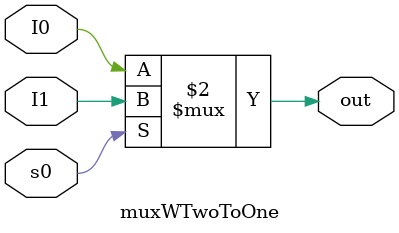
<source format=v>
module datapath_singleCycle(
	PCSource,
	rst,
	clk,
	MemToReg,
	MemWrite,
	RegWrite,
	ALUSrc,
	RegSrc,
	ALUControl,
	ImmSource,
	ALU_flags,
	cond,
	funct,
	instr65,
	op,
	rd,
	R1content,
	R2content
);


input wire	PCSource;
input wire	rst;
input wire	clk;
input wire	MemToReg;
input wire	MemWrite;
input wire	RegWrite;
input wire	ALUSrc;
input wire	RegSrc;
input wire	[2:0] ALUControl;
input wire	[1:0] ImmSource;
output wire	[3:0] ALU_flags;
output wire	[3:0] cond;
output wire	[5:0] funct;
output wire	[1:0] instr65;
output wire	[1:0] op;
output wire	[3:0] rd;
output 	[31:0] R1content;
output 	[31:0] R2content;

wire	[3:0] A2;
wire	[3:0] ALUflags;
wire	[31:0] I0;
wire	[31:0] Instruction;
wire	[31:0] out;
wire	[31:0] REGout;
wire	[31:0] SYNTHESIZED_WIRE_0;
wire	[31:0] SYNTHESIZED_WIRE_1;
wire	[31:0] SYNTHESIZED_WIRE_2;
wire	[31:0] SYNTHESIZED_WIRE_12;
wire	[31:0] SYNTHESIZED_WIRE_4;
wire	[31:0] SYNTHESIZED_WIRE_5;
wire	[31:0] SYNTHESIZED_WIRE_6;
wire	[31:0] SYNTHESIZED_WIRE_13;
wire	[31:0] SYNTHESIZED_WIRE_10;
wire	[31:0] SYNTHESIZED_WIRE_11;





simpleREG	b2v_inst(
	.clk(clk),
	.rst(rst),
	.DATA(SYNTHESIZED_WIRE_0),
	.REGout(REGout));
	defparam	b2v_inst.W = 32;

//(ALUcontrol,A,B,Y,N,Z,CO,OVF);
ALU	b2v_inst10(
	.A(SYNTHESIZED_WIRE_1),
	.ALUcontrol(ALUControl),
	.B(SYNTHESIZED_WIRE_2),
	.Y(I0),
	.N(ALUflags[3]),
	.Z(ALUflags[2]),
	.CO(ALUflags[1]),
	.OVF(ALUflags[0]));
	defparam	b2v_inst10.W = 32;


adder32bits	b2v_inst11(
	.A(SYNTHESIZED_WIRE_12),
	.B(SYNTHESIZED_WIRE_4),
	.Y(SYNTHESIZED_WIRE_6));


adder32bits	b2v_inst12(
	.A(REGout),
	.B(SYNTHESIZED_WIRE_5),
	.Y(SYNTHESIZED_WIRE_12));


ConstantValueGenerator	b2v_inst13(
	.Data_on_Bus(SYNTHESIZED_WIRE_5));
	defparam	b2v_inst13.BUS_DATA = 3'b100;
	defparam	b2v_inst13.DATA_WIDTH = 32;


ConstantValueGenerator	b2v_inst14(
	.Data_on_Bus(SYNTHESIZED_WIRE_4));
	defparam	b2v_inst14.BUS_DATA = 3'b100;
	defparam	b2v_inst14.DATA_WIDTH = 32;


InstructionMemory	b2v_inst2(
	.CurrentPC(REGout),
	.Instruction(Instruction));


RegisterFile	b2v_inst3(
	.clk(clk),
	.rst(rst),
	.WE(RegWrite),
	.A1(Instruction[19:16]),
	.A2(A2),
	.A3(Instruction[15:12]),
	.R15(SYNTHESIZED_WIRE_6),
	.WD3(out),
	.RD1(SYNTHESIZED_WIRE_1),
	.RD2(SYNTHESIZED_WIRE_13),
	.R1(R1content),
	.R2(R2content)
	);


dataMemory	b2v_inst4(
	.clk(clk),
	.memWE(MemWrite),
	.memA(I0),
	.memWD(SYNTHESIZED_WIRE_13),
	.memRD(SYNTHESIZED_WIRE_11));


extImm	b2v_inst5(
	.ImmSrc(ImmSource),
	.Instr110(Instruction[11:0]),
	.extendedImm(SYNTHESIZED_WIRE_10));


muxWTwoToOne	b2v_inst6(
	.s0(PCSource),
	.I0(SYNTHESIZED_WIRE_12),
	.I1(out),
	.out(SYNTHESIZED_WIRE_0));
	defparam	b2v_inst6.W = 32;


muxWTwoToOne	b2v_inst7(
	.s0(RegSrc),
	.I0(Instruction[3:0]),
	.I1(Instruction[15:12]),
	.out(A2));
	defparam	b2v_inst7.W = 4;


muxWTwoToOne	b2v_inst8(
	.s0(ALUSrc),
	.I0(SYNTHESIZED_WIRE_13),
	.I1(SYNTHESIZED_WIRE_10),
	.out(SYNTHESIZED_WIRE_2));
	defparam	b2v_inst8.W = 32;


muxWTwoToOne	b2v_inst9(
	.s0(MemToReg),
	.I0(I0),
	.I1(SYNTHESIZED_WIRE_11),
	.out(out));
	defparam	b2v_inst9.W = 32;

assign	cond[3:0] = Instruction[31:28];
assign	funct[5:0] = Instruction[25:20];
assign	instr65[1:0] = Instruction[6:5];
assign	op[1:0] = Instruction[27:26];
assign	rd[3:0] = Instruction[15:12];

endmodule


//DATA MEMORY
 module dataMemory  
 (  	// input ports
      input                 clk,  
      input     [31:0]      memA,//memory address according to the address write or read occur    
      input     [31:0]      memWD,//memory write data, it specifies the memory data which can be written  
      input                 memWE,//memory write enable  
      // output port 
      output    [31:0]      memRD  
 );  
      
      reg 		 [31:0] 		 DATAmem  [255:0]; 	
		
		
		//initialize the memory
	
		integer i;  
      initial 
		  begin  
           for(i=0;i<256;i=i+1)  
                DATAmem[i] <= i; 
		  end  
			/*	
		initial begin
		$readmemh("memory.txt",DATAmem,0,255);
		end 
					*/
    

		
      always @(posedge clk) begin  
           if (memWE)  
			  begin
                DATAmem[memA] <= memWD; 
			  end 
      end 
		
      assign memRD = DATAmem[memA]; //it provides the data which is specified by the address  
		
 endmodule  

/*EXTIMM*/
module extImm
(
//input port
input  [1:0] 	ImmSrc,
input  [11:0]	Instr110, 
//output port
output reg [31:0]  extendedImm
);


always @(*)
begin
case(ImmSrc)
	2'b00://for data processing imm8
	begin
		extendedImm= {24'b0,Instr110[7:0]};
	end
	
	2'b01://for ldr and strong0
	begin
		extendedImm= {20'b0,Instr110[11:0]};
	end

	2'b11://for lsr and lsl
	begin
		extendedImm= {27'b0,Instr110[11:7]};
	end
	default
	begin
		extendedImm={24'b0,Instr110[7:0]};
	end
endcase
end

endmodule

/*instruction memory*/
module InstructionMemory          
 (  
      input    		 [31:0]     CurrentPC,  
      output          [31:0]     Instruction  
 );  
 
 
 		wire [31:0] counterInst;
      reg [31:0] instr[15:0];  
		//if the PC 0 then implies first 32 bit instruction
		//if PC 4 then second instruction
		//PC 8 3 instruction
      //initialize the instructions
		initial  
      begin              //always/op/I/cmd/S/rn/rd/src2
					instr[1]	<=  32'b1110_0110_0001_0100_0001_0000_0010_0001;//ldr load r1
					instr[2] <=  32'b1110_0110_0001_0001_0010_0000_0000_0011;//ldr load r2
               instr[3] <=  32'b1110_0000_1000_0010_0001_0000_0000_1001; //add
					instr[4] <=  32'b1110_0000_0100_0001_0001_0000_0000_0010; //subtract
					instr[5] <=  32'b1110_0000_0000_0110_0010_0000_0000_0001; //and
					instr[6] <=  32'b1110_0001_1000_1000_0010_0000_0000_0001; //orr
					instr[7] <=  32'b1110_0100_0001_1001_0001_0000_0010_1111;//ldr load
					instr[8] <=  32'b1110_0001_1010_0001_0010_0001_1000_0000; //lsl
					instr[9] <=  32'b1110_0001_1010_0001_0010_0001_1010_0000; //lsr
					instr[10] <= 32'b1110_0001_0100_0000_0011_0000_0000_1010; //cmp
					instr[11] <= 32'b1110_0100_0000_1011_0001_0000_0000_0001; //str
					instr[12] <= 32'b1110_0100_0001_1010_0010_0000_0000_0001; //ldr 
					instr[13] <= 32'b1110_0100_0000_1011_0001_0000_0000_1010; //str
					instr[14] <= 32'b1110_0100_0001_1010_0010_0000_0000_1010; //ldr
					instr[15] <= 32'b0000_0000_0000_0000_0000_0000_0000_0000; 
					
					
				
		
		end
                
		assign counterInst={2'b00,CurrentPC[31:2]}; //it gives the instruction number because PC increases 4 by 4
      assign Instruction = instr[counterInst];  
 endmodule

 
 /*register File*/
 module RegisterFile  
 (   //input ports
      input                    clk,  
      input                    rst,  
      input                    WE,  //write enable signal
      input          [3:0]     A1,  
		input          [3:0]     A2,  
		input          [3:0]     A3,  
      input          [31:0]    WD3,  
      //output ports 
      output         [31:0]    RD1,    
      output         [31:0]    RD2,
		input 			[31:0]	 R15,
		//for the demostration purpose
		output		   [31:0]    R1,
		output		   [31:0]    R2
 );  
      
		
	reg  [31:0]   register_R [15:0]; //31 bits width and 16 bits length 
	initial
	begin
					register_R[0] = 32'b0;
					register_R[1] = 32'b0;
					register_R[2] = 32'b0;
					register_R[3] = 32'b0;
					register_R[4] = 32'b0;
					register_R[5] = 32'b0;
					register_R[6] = 32'b0;
					register_R[7] = 32'b0;
					register_R[8] = 32'b0;
					register_R[9] = 32'b0;
					register_R[10]= 32'b0;
					register_R[11] = 32'b0;
					register_R[12] = 32'b0;
					register_R[13] = 32'b0;
					register_R[14] = 32'b0;
					register_R[15] = 32'b0;
	end
   
      always @ (posedge clk or posedge rst) begin  
		
           if(rst) begin  
               register_R[0] <= 32'b0;
					register_R[1] <= 32'b0;
					register_R[2] <= 32'b0;
					register_R[3] <= 32'b0;
					register_R[4] <= 32'b0;
					register_R[5] <= 32'b0;
					register_R[6] <= 32'b0;
					register_R[7] <= 32'b0;
					register_R[8] <= 32'b0;
					register_R[9] <= 32'b0;
					register_R[10] <= 32'b0;
					register_R[11] <= 32'b0;
					register_R[12] <= 32'b0;
					register_R[13] <= 32'b0;
					register_R[14] <= 32'b0;
					register_R[15] <= 32'b0;
           end  
			  
           else 
			  begin  
                if(WE) begin  
                     register_R[A3] <= WD3;  //if WE is equal to 1 then corresponding register is written
                end  
           end  
			  
      end  
      assign RD1 = register_R[A1];  //read data 1
      assign RD2 = register_R[A2];  //read data 2
		//to demostration 
		assign R1  = register_R[1];
		assign R2  = register_R[2];
		
 endmodule   

 
 
 
 

//it creates the constant value
module ConstantValueGenerator #(parameter DATA_WIDTH = 1,parameter BUS_DATA = 0) ( 
//port declerations
output wire [DATA_WIDTH-1:0] Data_on_Bus 
);
//assign DATA_BUS to the bus
assign Data_on_Bus [DATA_WIDTH-1:0]=BUS_DATA;

endmodule

/*Arithmetic Logic Unit ALU*/
module ALU #(parameter W=32) (ALUcontrol,A,B,Y,N,Z,CO,OVF);
//negative and zero bits are affected by ALU op
//CO and OVF are affected by arithmetics
input [2:0] ALUcontrol;
input [W-1:0] A,B;
output reg [W-1:0] Y; //output
output reg CO,OVF,N,Z; //cpsr
wire [W-1:0] Bcomp=~B; //bitwise not
wire [W-1:0] Acomp=~A; //bitwise not
reg E;
always @(*)
begin
	case(ALUcontrol)
	3'b000: //add
	begin
		//update the overflow bit according to the signs
				{CO, Y} = A + B;
					if (A[W-1] ~^ B[W-1]) //if the signs are the same
						OVF = Y[W-1] ^ A[W-1];
					else
						OVF = 0;	
						
		
	end
	3'b001: //subt a-b
	begin
//update the overflow bit according to the signs
					{CO, Y} = A + Bcomp+1;
					if ((A[W-1] ^ B[W-1]))
						OVF = Y[W-1] ^ A[W-1];
					else
						OVF = 0;
	end
	3'b010: 
	begin   
			Y=A&B;   //and
			CO=0;
			OVF=0;

	end
	
		3'b011: 
	begin   
	
			Y=A|B;   //or
			CO=0;
			OVF=0;
	
			
	end
	
	3'b100:  //shift left lsr
	begin
		   Y=A>>B;
	end

	3'b101:  //shift right lsl
	begin
			Y=A<<B;
	end

	3'b110:	
	begin
			Y=A^B;   //exor
			CO=0;
			OVF=0;
	end
	
	
	3'b111:	
	begin
			Y=A&Bcomp; //bit clear	
			CO=0;
			OVF=0;
	end
	

	
	endcase
end


always @(*)
begin
		N = Y[W-1];
		Z = ~|Y;
end

endmodule




/*Simple register*/

module simpleREG #(parameter W=1) (DATA,clk,rst,REGout);
input rst,clk;
input [W-1:0] DATA;
output reg [W-1:0] REGout;
initial
begin
REGout=32'b0;
end

always @(posedge clk)
begin
	if(rst==1)
		begin
			REGout<=0;
		end
	else
		begin
		
			REGout<=DATA;
		end

end

endmodule

/*ADDER 32 BITS*/

module adder32bits(A,B,Y);

input [31:0] A;
input [31:0] B;
output [31:0] Y;
assign Y=A+B;

endmodule

/*
Implement a W-bit 2 to 1 and a W-bit 4 to 1 multiplexers, where W is a parameter specifying the
data width of the input.
*/
module muxWTwoToOne #(parameter W=1)(s0,I1,I0,out);

input [W-1:0] I1;
input [W-1:0] I0;
input s0;
output [W-1:0] out;

assign out=s0 ? I1 : I0;

endmodule



</source>
